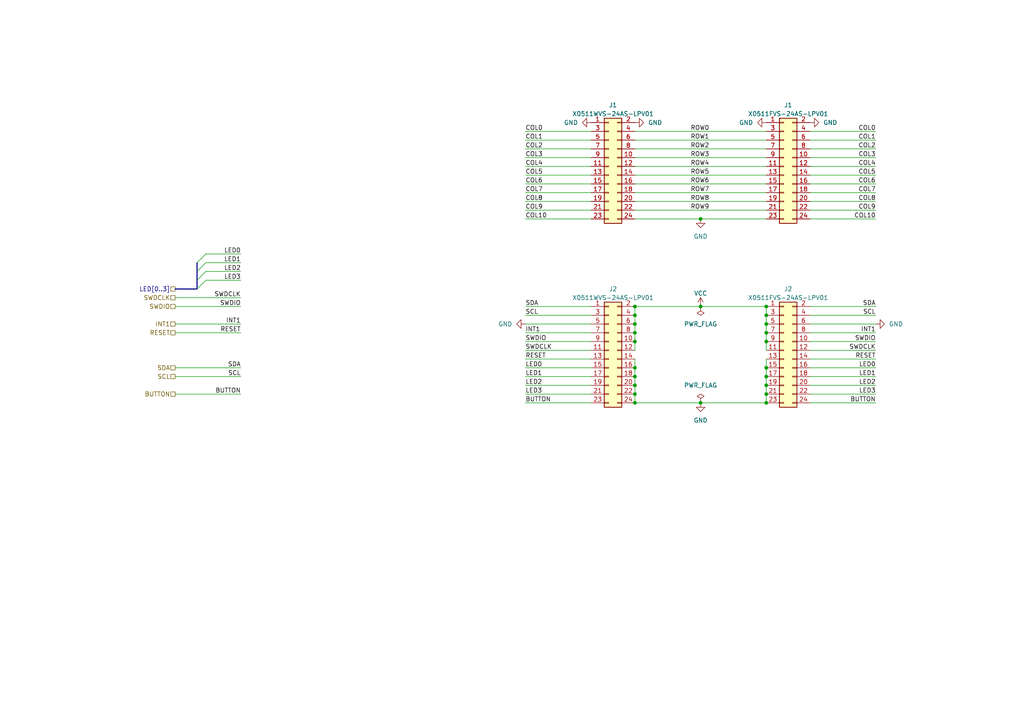
<source format=kicad_sch>
(kicad_sch (version 20230121) (generator eeschema)
  (paper "A4")
  (title_block (title "WordWatch - Programming Board") (date "2023-11-11") (rev "1.0"))
  (lib_symbols
    (symbol "Connector_Generic:Conn_02x12_Odd_Even" (pin_names (offset 1.016) hide)
      (property "Reference" "J" (at 1.27 15.24 0))
      (property "Value" "Conn_02x12_Odd_Even" (at 1.27 -17.78 0))
      (symbol "Conn_02x12_Odd_Even_1_1"
        (rectangle (start -1.27 -15.113) (end 0 -15.367) (stroke (width 0.1524)))
        (rectangle (start -1.27 -12.573) (end 0 -12.827) (stroke (width 0.1524)))
        (rectangle (start -1.27 -10.033) (end 0 -10.287) (stroke (width 0.1524)))
        (rectangle (start -1.27 -7.493) (end 0 -7.747) (stroke (width 0.1524)))
        (rectangle (start -1.27 -4.953) (end 0 -5.207) (stroke (width 0.1524)))
        (rectangle (start -1.27 -2.413) (end 0 -2.667) (stroke (width 0.1524)))
        (rectangle (start -1.27 0.127) (end 0 -0.127) (stroke (width 0.1524)))
        (rectangle (start -1.27 2.667) (end 0 2.413) (stroke (width 0.1524)))
        (rectangle (start -1.27 5.207) (end 0 4.953) (stroke (width 0.1524)))
        (rectangle (start -1.27 7.747) (end 0 7.493) (stroke (width 0.1524)))
        (rectangle (start -1.27 10.287) (end 0 10.033) (stroke (width 0.1524)))
        (rectangle (start -1.27 12.827) (end 0 12.573) (stroke (width 0.1524)))
        (rectangle (start -1.27 13.97) (end 3.81 -16.51) (stroke (width 0.254)) (fill (type background)))
        (rectangle (start 3.81 -15.113) (end 2.54 -15.367) (stroke (width 0.1524)))
        (rectangle (start 3.81 -12.573) (end 2.54 -12.827) (stroke (width 0.1524)))
        (rectangle (start 3.81 -10.033) (end 2.54 -10.287) (stroke (width 0.1524)))
        (rectangle (start 3.81 -7.493) (end 2.54 -7.747) (stroke (width 0.1524)))
        (rectangle (start 3.81 -4.953) (end 2.54 -5.207) (stroke (width 0.1524)))
        (rectangle (start 3.81 -2.413) (end 2.54 -2.667) (stroke (width 0.1524)))
        (rectangle (start 3.81 0.127) (end 2.54 -0.127) (stroke (width 0.1524)))
        (rectangle (start 3.81 2.667) (end 2.54 2.413) (stroke (width 0.1524)))
        (rectangle (start 3.81 5.207) (end 2.54 4.953) (stroke (width 0.1524)))
        (rectangle (start 3.81 7.747) (end 2.54 7.493) (stroke (width 0.1524)))
        (rectangle (start 3.81 10.287) (end 2.54 10.033) (stroke (width 0.1524)))
        (rectangle (start 3.81 12.827) (end 2.54 12.573) (stroke (width 0.1524)))
        (pin passive line (at -5.08 12.7 0) (length 3.81) (name "Pin_1") (number "1"))
        (pin passive line (at 7.62 2.54 180) (length 3.81) (name "Pin_10") (number "10"))
        (pin passive line (at -5.08 0 0) (length 3.81) (name "Pin_11") (number "11"))
        (pin passive line (at 7.62 0 180) (length 3.81) (name "Pin_12") (number "12"))
        (pin passive line (at -5.08 -2.54 0) (length 3.81) (name "Pin_13") (number "13"))
        (pin passive line (at 7.62 -2.54 180) (length 3.81) (name "Pin_14") (number "14"))
        (pin passive line (at -5.08 -5.08 0) (length 3.81) (name "Pin_15") (number "15"))
        (pin passive line (at 7.62 -5.08 180) (length 3.81) (name "Pin_16") (number "16"))
        (pin passive line (at -5.08 -7.62 0) (length 3.81) (name "Pin_17") (number "17"))
        (pin passive line (at 7.62 -7.62 180) (length 3.81) (name "Pin_18") (number "18"))
        (pin passive line (at -5.08 -10.16 0) (length 3.81) (name "Pin_19") (number "19"))
        (pin passive line (at 7.62 12.7 180) (length 3.81) (name "Pin_2") (number "2"))
        (pin passive line (at 7.62 -10.16 180) (length 3.81) (name "Pin_20") (number "20"))
        (pin passive line (at -5.08 -12.7 0) (length 3.81) (name "Pin_21") (number "21"))
        (pin passive line (at 7.62 -12.7 180) (length 3.81) (name "Pin_22") (number "22"))
        (pin passive line (at -5.08 -15.24 0) (length 3.81) (name "Pin_23") (number "23"))
        (pin passive line (at 7.62 -15.24 180) (length 3.81) (name "Pin_24") (number "24"))
        (pin passive line (at -5.08 10.16 0) (length 3.81) (name "Pin_3") (number "3"))
        (pin passive line (at 7.62 10.16 180) (length 3.81) (name "Pin_4") (number "4"))
        (pin passive line (at -5.08 7.62 0) (length 3.81) (name "Pin_5") (number "5"))
        (pin passive line (at 7.62 7.62 180) (length 3.81) (name "Pin_6") (number "6"))
        (pin passive line (at -5.08 5.08 0) (length 3.81) (name "Pin_7") (number "7"))
        (pin passive line (at 7.62 5.08 180) (length 3.81) (name "Pin_8") (number "8"))
        (pin passive line (at -5.08 2.54 0) (length 3.81) (name "Pin_9") (number "9"))
      )
    )
    (symbol "power:GND" (power) (pin_names (offset 0))
      (property "Value" "GND" (at 0 -3.81 0))
      (symbol "GND_0_1"
        (polyline (pts (xy 0 0) (xy 0 -1.27) (xy 1.27 -1.27) (xy 0 -2.54) (xy -1.27 -1.27) (xy 0 -1.27)))
      )
      (symbol "GND_1_1"
        (pin power_in line (at 0 0 270) (length 0) hide (name "GND") (number "1"))
      )
    )
    (symbol "power:PWR_FLAG" (power) (pin_numbers hide) (pin_names (offset 0) hide)
      (property "Value" "PWR_FLAG" (at 0 3.81 0))
      (symbol "PWR_FLAG_0_0"
        (pin power_out line (at 0 0 90) (length 0) (name "pwr") (number "1"))
      )
      (symbol "PWR_FLAG_0_1"
        (polyline (pts (xy 0 0) (xy 0 1.27) (xy -1.016 1.905) (xy 0 2.54) (xy 1.016 1.905) (xy 0 1.27)))
      )
    )
    (symbol "power:VCC" (power) (pin_names (offset 0))
      (property "Value" "VCC" (at 0 3.81 0))
      (symbol "VCC_0_1"
        (polyline (pts (xy -0.762 1.27) (xy 0 2.54)))
        (polyline (pts (xy 0 0) (xy 0 2.54)))
        (polyline (pts (xy 0 2.54) (xy 0.762 1.27)))
      )
      (symbol "VCC_1_1"
        (pin power_in line (at 0 0 90) (length 0) hide (name "VCC") (number "1"))
      )
    )
  )
  (junction (at 184.15 114.3))
  (junction (at 222.25 109.22))
  (junction (at 184.15 116.84))
  (junction (at 184.15 109.22))
  (junction (at 222.25 116.84))
  (junction (at 222.25 106.68))
  (junction (at 184.15 96.52))
  (junction (at 184.15 111.76))
  (junction (at 222.25 88.9))
  (junction (at 222.25 93.98))
  (junction (at 222.25 111.76))
  (junction (at 203.2 116.84))
  (junction (at 203.2 88.9))
  (junction (at 222.25 114.3))
  (junction (at 184.15 106.68))
  (junction (at 203.2 63.5))
  (junction (at 184.15 99.06))
  (junction (at 222.25 96.52))
  (junction (at 222.25 91.44))
  (junction (at 222.25 99.06))
  (junction (at 184.15 88.9))
  (junction (at 184.15 91.44))
  (junction (at 184.15 93.98))
  (bus_entry (at 57.15 81.28) (size 2.54 -2.54))
  (bus_entry (at 57.15 83.82) (size 2.54 -2.54))
  (bus_entry (at 57.15 76.2) (size 2.54 -2.54))
  (bus_entry (at 57.15 78.74) (size 2.54 -2.54))
  (wire (pts (xy 254 96.52) (xy 234.95 96.52)))
  (wire (pts (xy 184.15 63.5) (xy 203.2 63.5)))
  (wire (pts (xy 171.45 58.42) (xy 152.4 58.42)))
  (wire (pts (xy 184.15 43.18) (xy 222.25 43.18)))
  (bus (pts (xy 50.8 83.82) (xy 57.15 83.82)))
  (wire (pts (xy 152.4 93.98) (xy 171.45 93.98)))
  (wire (pts (xy 184.15 55.88) (xy 222.25 55.88)))
  (wire (pts (xy 69.85 88.9) (xy 50.8 88.9)))
  (wire (pts (xy 171.45 38.1) (xy 152.4 38.1)))
  (wire (pts (xy 184.15 45.72) (xy 222.25 45.72)))
  (bus (pts (xy 57.15 81.28) (xy 57.15 83.82)))
  (wire (pts (xy 184.15 88.9) (xy 184.15 91.44)))
  (wire (pts (xy 222.25 88.9) (xy 222.25 91.44)))
  (wire (pts (xy 184.15 58.42) (xy 222.25 58.42)))
  (bus (pts (xy 57.15 76.2) (xy 57.15 78.74)))
  (wire (pts (xy 152.4 106.68) (xy 171.45 106.68)))
  (wire (pts (xy 184.15 99.06) (xy 184.15 96.52)))
  (wire (pts (xy 171.45 48.26) (xy 152.4 48.26)))
  (wire (pts (xy 254 93.98) (xy 234.95 93.98)))
  (wire (pts (xy 152.4 96.52) (xy 171.45 96.52)))
  (wire (pts (xy 234.95 63.5) (xy 254 63.5)))
  (wire (pts (xy 184.15 50.8) (xy 222.25 50.8)))
  (wire (pts (xy 203.2 116.84) (xy 222.25 116.84)))
  (wire (pts (xy 171.45 53.34) (xy 152.4 53.34)))
  (wire (pts (xy 254 111.76) (xy 234.95 111.76)))
  (wire (pts (xy 234.95 45.72) (xy 254 45.72)))
  (wire (pts (xy 254 104.14) (xy 234.95 104.14)))
  (wire (pts (xy 184.15 109.22) (xy 184.15 106.68)))
  (wire (pts (xy 254 101.6) (xy 234.95 101.6)))
  (wire (pts (xy 152.4 114.3) (xy 171.45 114.3)))
  (wire (pts (xy 234.95 43.18) (xy 254 43.18)))
  (wire (pts (xy 234.95 40.64) (xy 254 40.64)))
  (wire (pts (xy 222.25 93.98) (xy 222.25 96.52)))
  (wire (pts (xy 184.15 111.76) (xy 184.15 109.22)))
  (wire (pts (xy 184.15 60.96) (xy 222.25 60.96)))
  (wire (pts (xy 152.4 109.22) (xy 171.45 109.22)))
  (wire (pts (xy 254 91.44) (xy 234.95 91.44)))
  (wire (pts (xy 171.45 63.5) (xy 152.4 63.5)))
  (wire (pts (xy 184.15 116.84) (xy 203.2 116.84)))
  (wire (pts (xy 152.4 111.76) (xy 171.45 111.76)))
  (wire (pts (xy 152.4 99.06) (xy 171.45 99.06)))
  (wire (pts (xy 184.15 93.98) (xy 184.15 96.52)))
  (wire (pts (xy 222.25 99.06) (xy 222.25 101.6)))
  (wire (pts (xy 184.15 40.64) (xy 222.25 40.64)))
  (wire (pts (xy 171.45 43.18) (xy 152.4 43.18)))
  (wire (pts (xy 152.4 101.6) (xy 171.45 101.6)))
  (wire (pts (xy 222.25 96.52) (xy 222.25 99.06)))
  (wire (pts (xy 254 114.3) (xy 234.95 114.3)))
  (wire (pts (xy 152.4 91.44) (xy 171.45 91.44)))
  (wire (pts (xy 152.4 116.84) (xy 171.45 116.84)))
  (wire (pts (xy 171.45 40.64) (xy 152.4 40.64)))
  (wire (pts (xy 171.45 60.96) (xy 152.4 60.96)))
  (wire (pts (xy 69.85 73.66) (xy 59.69 73.66)))
  (wire (pts (xy 234.95 53.34) (xy 254 53.34)))
  (wire (pts (xy 171.45 45.72) (xy 152.4 45.72)))
  (wire (pts (xy 184.15 53.34) (xy 222.25 53.34)))
  (wire (pts (xy 234.95 38.1) (xy 254 38.1)))
  (wire (pts (xy 152.4 104.14) (xy 171.45 104.14)))
  (wire (pts (xy 234.95 50.8) (xy 254 50.8)))
  (bus (pts (xy 57.15 78.74) (xy 57.15 81.28)))
  (wire (pts (xy 184.15 99.06) (xy 184.15 101.6)))
  (wire (pts (xy 69.85 93.98) (xy 50.8 93.98)))
  (wire (pts (xy 254 116.84) (xy 234.95 116.84)))
  (wire (pts (xy 69.85 78.74) (xy 59.69 78.74)))
  (wire (pts (xy 222.25 114.3) (xy 222.25 116.84)))
  (wire (pts (xy 234.95 58.42) (xy 254 58.42)))
  (wire (pts (xy 69.85 86.36) (xy 50.8 86.36)))
  (wire (pts (xy 69.85 114.3) (xy 50.8 114.3)))
  (wire (pts (xy 184.15 48.26) (xy 222.25 48.26)))
  (wire (pts (xy 203.2 88.9) (xy 222.25 88.9)))
  (wire (pts (xy 254 88.9) (xy 234.95 88.9)))
  (wire (pts (xy 184.15 114.3) (xy 184.15 116.84)))
  (wire (pts (xy 69.85 106.68) (xy 50.8 106.68)))
  (wire (pts (xy 69.85 81.28) (xy 59.69 81.28)))
  (wire (pts (xy 222.25 91.44) (xy 222.25 93.98)))
  (wire (pts (xy 234.95 60.96) (xy 254 60.96)))
  (wire (pts (xy 254 106.68) (xy 234.95 106.68)))
  (wire (pts (xy 254 99.06) (xy 234.95 99.06)))
  (wire (pts (xy 69.85 96.52) (xy 50.8 96.52)))
  (wire (pts (xy 234.95 48.26) (xy 254 48.26)))
  (wire (pts (xy 222.25 111.76) (xy 222.25 114.3)))
  (wire (pts (xy 171.45 50.8) (xy 152.4 50.8)))
  (wire (pts (xy 152.4 88.9) (xy 171.45 88.9)))
  (wire (pts (xy 184.15 38.1) (xy 222.25 38.1)))
  (wire (pts (xy 184.15 106.68) (xy 184.15 104.14)))
  (wire (pts (xy 69.85 76.2) (xy 59.69 76.2)))
  (wire (pts (xy 222.25 104.14) (xy 222.25 106.68)))
  (wire (pts (xy 254 109.22) (xy 234.95 109.22)))
  (wire (pts (xy 171.45 55.88) (xy 152.4 55.88)))
  (wire (pts (xy 184.15 111.76) (xy 184.15 114.3)))
  (wire (pts (xy 69.85 109.22) (xy 50.8 109.22)))
  (wire (pts (xy 203.2 63.5) (xy 222.25 63.5)))
  (wire (pts (xy 222.25 106.68) (xy 222.25 109.22)))
  (wire (pts (xy 184.15 91.44) (xy 184.15 93.98)))
  (wire (pts (xy 184.15 88.9) (xy 203.2 88.9)))
  (wire (pts (xy 222.25 109.22) (xy 222.25 111.76)))
  (wire (pts (xy 234.95 55.88) (xy 254 55.88)))
  (label "BUTTON" (at 152.4 116.84 0))
  (label "ROW8" (at 205.74 58.42 180))
  (label "BUTTON" (at 69.85 114.3 180))
  (label "SCL" (at 152.4 91.44 0))
  (label "LED0" (at 254 106.68 180))
  (label "SCL" (at 69.85 109.22 180))
  (label "SWDIO" (at 254 99.06 180))
  (label "SWDCLK" (at 69.85 86.36 180))
  (label "COL1" (at 254 40.64 180))
  (label "LED2" (at 69.85 78.74 180))
  (label "COL10" (at 152.4 63.5 0))
  (label "COL2" (at 152.4 43.18 0))
  (label "COL10" (at 254 63.5 180))
  (label "SDA" (at 69.85 106.68 180))
  (label "COL0" (at 254 38.1 180))
  (label "LED1" (at 69.85 76.2 180))
  (label "RESET" (at 69.85 96.52 180))
  (label "COL3" (at 254 45.72 180))
  (label "SWDCLK" (at 152.4 101.6 0))
  (label "SCL" (at 254 91.44 180))
  (label "COL7" (at 152.4 55.88 0))
  (label "COL3" (at 152.4 45.72 0))
  (label "LED3" (at 152.4 114.3 0))
  (label "ROW0" (at 205.74 38.1 180))
  (label "COL2" (at 254 43.18 180))
  (label "LED0" (at 152.4 106.68 0))
  (label "INT1" (at 152.4 96.52 0))
  (label "RESET" (at 254 104.14 180))
  (label "COL8" (at 254 58.42 180))
  (label "ROW4" (at 205.74 48.26 180))
  (label "LED1" (at 254 109.22 180))
  (label "COL6" (at 254 53.34 180))
  (label "COL4" (at 152.4 48.26 0))
  (label "ROW6" (at 205.74 53.34 180))
  (label "SDA" (at 254 88.9 180))
  (label "INT1" (at 254 96.52 180))
  (label "SWDIO" (at 69.85 88.9 180))
  (label "LED0" (at 69.85 73.66 180))
  (label "LED3" (at 254 114.3 180))
  (label "ROW5" (at 205.74 50.8 180))
  (label "ROW9" (at 205.74 60.96 180))
  (label "COL9" (at 254 60.96 180))
  (label "SWDIO" (at 152.4 99.06 0))
  (label "ROW2" (at 205.74 43.18 180))
  (label "COL8" (at 152.4 58.42 0))
  (label "ROW7" (at 205.74 55.88 180))
  (label "COL0" (at 152.4 38.1 0))
  (label "COL9" (at 152.4 60.96 0))
  (label "SWDCLK" (at 254 101.6 180))
  (label "COL7" (at 254 55.88 180))
  (label "INT1" (at 69.85 93.98 180))
  (label "BUTTON" (at 254 116.84 180))
  (label "COL5" (at 152.4 50.8 0))
  (label "SDA" (at 152.4 88.9 0))
  (label "COL6" (at 152.4 53.34 0))
  (label "LED2" (at 152.4 111.76 0))
  (label "LED1" (at 152.4 109.22 0))
  (label "COL4" (at 254 48.26 180))
  (label "COL1" (at 152.4 40.64 0))
  (label "LED3" (at 69.85 81.28 180))
  (label "RESET" (at 152.4 104.14 0))
  (label "COL5" (at 254 50.8 180))
  (label "LED2" (at 254 111.76 180))
  (label "ROW1" (at 205.74 40.64 180))
  (label "ROW3" (at 205.74 45.72 180))
  (hierarchical_label "RESET" (shape passive) (at 50.8 96.52 180))
  (hierarchical_label "BUTTON" (shape passive) (at 50.8 114.3 180))
  (hierarchical_label "SCL" (shape passive) (at 50.8 109.22 180))
  (hierarchical_label "INT1" (shape passive) (at 50.8 93.98 180))
  (hierarchical_label "SDA" (shape passive) (at 50.8 106.68 180))
  (hierarchical_label "SWDCLK" (shape passive) (at 50.8 86.36 180))
  (hierarchical_label "LED[0..3]" (shape passive) (at 50.8 83.82 180))
  (hierarchical_label "SWDIO" (shape passive) (at 50.8 88.9 180))
  (symbol (lib_id "Connector_Generic:Conn_02x12_Odd_Even") (at 176.53 48.26 0) (unit 1)
    (property "Reference" "J1" (at 177.8 30.48 0))
    (property "Value" "X0511WVS-24AS-LPV01" (at 177.8 33.02 0))
    (property "Footprint" "WordWatch:X0511WVS-24AS-LPV01" (effects hide))
  )
  (symbol (lib_id "power:PWR_FLAG") (at 203.2 116.84 0) (unit 1)
    (property "Reference" "#FLG03" (effects hide))
    (property "Value" "PWR_FLAG" (at 203.2 111.76 0))
    (instances (project "ProgrammingBoard" (path "" (reference "#FLG03") (unit 1)) (path "" (reference "#FLG02") (unit 1))))
  )
  (symbol (lib_id "power:GND") (at 222.25 35.56 270) (unit 1)
    (property "Reference" "#PWR02" (effects hide))
    (property "Value" "GND" (at 218.44 35.56 90) (effects (justify right)))
  )
  (symbol (lib_id "power:GND") (at 234.95 35.56 90) (unit 1)
    (property "Reference" "#PWR09" (effects hide))
    (property "Value" "GND" (at 238.76 35.56 90) (effects (justify right)))
  )
  (symbol (lib_id "Connector_Generic:Conn_02x12_Odd_Even") (at 227.33 101.6 0) (unit 1)
    (property "Reference" "J2" (at 228.6 83.82 0))
    (property "Value" "X0511FVS-24AS-LPV01" (at 228.6 86.36 0))
    (property "Footprint" "WordWatch:X0511FVS-24AS-LPV01" (effects hide))
    (instances (project "LEDBoard" (path "" (reference "J2") (unit 1))) (project "WordClock" (path "" (reference "J5") (unit 1))) (project "ProgrammingBoard" (path "" (reference "J4") (unit 1)) (path "" (reference "J4") (unit 1))))
  )
  (symbol (lib_id "power:VCC") (at 203.2 88.9 0) (mirror y) (unit 1)
    (property "Reference" "#PWR01" (effects hide))
    (property "Value" "VCC" (at 203.2 85.09 0))
    (instances (project "ControllerBoard" (path "" (reference "#PWR01") (unit 1))) (project "WordClock" (path "" (reference "#PWR01") (unit 1))) (project "ProgrammingBoard" (path "" (reference "#PWR07") (unit 1)) (path "" (reference "#PWR05") (unit 1))))
  )
  (symbol (lib_id "power:GND") (at 152.4 93.98 270) (unit 1)
    (property "Reference" "#PWR02" (effects hide))
    (property "Value" "GND" (at 148.59 93.98 90) (effects (justify right)))
    (instances (project "ControllerBoard" (path "" (reference "#PWR02") (unit 1))) (project "WordClock" (path "" (reference "#PWR02") (unit 1))) (project "ProgrammingBoard" (path "" (reference "#PWR02") (unit 1)) (path "" (reference "#PWR018") (unit 1))))
  )
  (symbol (lib_id "power:GND") (at 184.15 35.56 90) (unit 1)
    (property "Reference" "#PWR01" (effects hide))
    (property "Value" "GND" (at 187.96 35.56 90) (effects (justify right)))
  )
  (symbol (lib_id "power:GND") (at 254 93.98 90) (mirror x) (unit 1)
    (property "Reference" "#PWR02" (effects hide))
    (property "Value" "GND" (at 257.81 93.98 90) (effects (justify right)))
    (instances (project "ControllerBoard" (path "" (reference "#PWR02") (unit 1))) (project "WordClock" (path "" (reference "#PWR02") (unit 1))) (project "ProgrammingBoard" (path "" (reference "#PWR02") (unit 1)) (path "" (reference "#PWR019") (unit 1))))
  )
  (symbol (lib_id "Connector_Generic:Conn_02x12_Odd_Even") (at 176.53 101.6 0) (unit 1)
    (property "Reference" "J2" (at 177.8 83.82 0))
    (property "Value" "X0511WVS-24AS-LPV01" (at 177.8 86.36 0))
    (property "Footprint" "WordWatch:X0511WVS-24AS-LPV01" (effects hide))
    (instances (project "ControllerBoard" (path "" (reference "J2") (unit 1))) (project "WordClock" (path "" (reference "J2") (unit 1))) (project "ProgrammingBoard" (path "" (reference "J2") (unit 1)) (path "" (reference "J3") (unit 1))))
  )
  (symbol (lib_id "power:PWR_FLAG") (at 203.2 88.9 180) (unit 1)
    (property "Reference" "#FLG02" (effects hide))
    (property "Value" "PWR_FLAG" (at 203.2 93.98 0))
    (instances (project "ProgrammingBoard" (path "" (reference "#FLG02") (unit 1)) (path "" (reference "#FLG01") (unit 1))))
  )
  (symbol (lib_id "Connector_Generic:Conn_02x12_Odd_Even") (at 227.33 48.26 0) (unit 1)
    (property "Reference" "J1" (at 228.6 30.48 0))
    (property "Value" "X0511FVS-24AS-LPV01" (at 228.6 33.02 0))
    (property "Footprint" "WordWatch:X0511FVS-24AS-LPV01" (effects hide))
    (instances (project "LEDBoard" (path "" (reference "J1") (unit 1))) (project "WordClock" (path "" (reference "J4") (unit 1))) (project "ProgrammingBoard" (path "" (reference "J3") (unit 1)) (path "" (reference "J2") (unit 1))))
  )
  (symbol (lib_id "power:GND") (at 203.2 116.84 0) (unit 1)
    (property "Reference" "#PWR02" (effects hide))
    (property "Value" "GND" (at 203.2 121.92 0))
    (instances (project "ControllerBoard" (path "" (reference "#PWR02") (unit 1))) (project "WordClock" (path "" (reference "#PWR02") (unit 1))) (project "ProgrammingBoard" (path "" (reference "#PWR02") (unit 1)) (path "" (reference "#PWR08") (unit 1))))
  )
  (symbol (lib_id "power:GND") (at 203.2 63.5 0) (unit 1)
    (property "Reference" "#PWR025" (effects hide))
    (property "Value" "GND" (at 203.2 68.58 0))
    (instances (project "ControllerBoard" (path "" (reference "#PWR025") (unit 1))) (project "WordClock" (path "" (reference "#PWR02") (unit 1))) (project "ProgrammingBoard" (path "" (reference "#PWR05") (unit 1)) (path "" (reference "#PWR03") (unit 1))))
  )
  (symbol (lib_id "power:GND") (at 171.45 35.56 270) (unit 1)
    (property "Reference" "#PWR010" (effects hide))
    (property "Value" "GND" (at 167.64 35.56 90) (effects (justify right)))
  )
)
</source>
